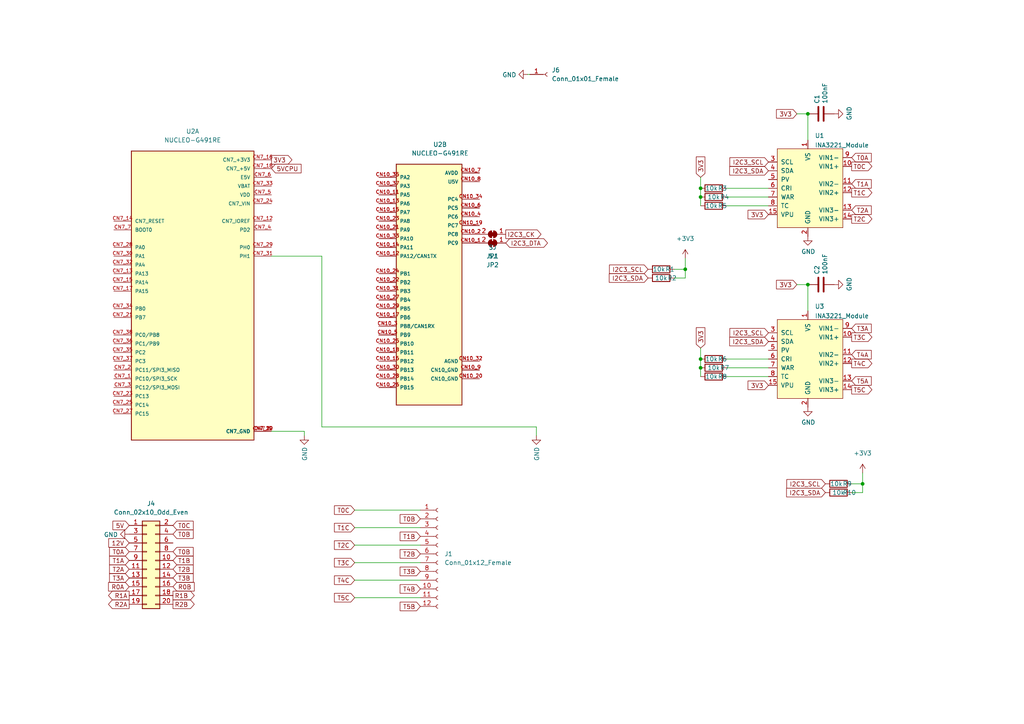
<source format=kicad_sch>
(kicad_sch (version 20211123) (generator eeschema)
  (paper "A4")
  (lib_symbols
    (symbol "Connector:Conn_01x01_Female" (pin_names (offset 1.016) hide)
      (property "Reference" "J" (at 0 2.54 0))
      (property "Value" "Conn_01x01_Female" (at 0 -2.54 0))
      (symbol "Conn_01x01_Female_1_1"
        (polyline (pts (xy -1.27 0) (xy -0.508 0)) (stroke (width 0.1524)))
        (arc (start 0 0.508) (mid -0.508 0) (end 0 -0.508) (stroke (width 0.1524)))
        (pin passive line (at -5.08 0 0) (length 3.81) (name "Pin_1") (number "1"))
      )
    )
    (symbol "Connector:Conn_01x12_Female" (pin_names (offset 1.016) hide)
      (property "Reference" "J" (at 0 15.24 0))
      (property "Value" "Conn_01x12_Female" (at 0 -17.78 0))
      (symbol "Conn_01x12_Female_1_1"
        (arc (start 0 -14.732) (mid -0.508 -15.24) (end 0 -15.748) (stroke (width 0.1524)))
        (arc (start 0 -12.192) (mid -0.508 -12.7) (end 0 -13.208) (stroke (width 0.1524)))
        (arc (start 0 -9.652) (mid -0.508 -10.16) (end 0 -10.668) (stroke (width 0.1524)))
        (arc (start 0 -7.112) (mid -0.508 -7.62) (end 0 -8.128) (stroke (width 0.1524)))
        (arc (start 0 -4.572) (mid -0.508 -5.08) (end 0 -5.588) (stroke (width 0.1524)))
        (arc (start 0 -2.032) (mid -0.508 -2.54) (end 0 -3.048) (stroke (width 0.1524)))
        (polyline (pts (xy -1.27 -15.24) (xy -0.508 -15.24)) (stroke (width 0.1524)))
        (polyline (pts (xy -1.27 -12.7) (xy -0.508 -12.7)) (stroke (width 0.1524)))
        (polyline (pts (xy -1.27 -10.16) (xy -0.508 -10.16)) (stroke (width 0.1524)))
        (polyline (pts (xy -1.27 -7.62) (xy -0.508 -7.62)) (stroke (width 0.1524)))
        (polyline (pts (xy -1.27 -5.08) (xy -0.508 -5.08)) (stroke (width 0.1524)))
        (polyline (pts (xy -1.27 -2.54) (xy -0.508 -2.54)) (stroke (width 0.1524)))
        (polyline (pts (xy -1.27 0) (xy -0.508 0)) (stroke (width 0.1524)))
        (polyline (pts (xy -1.27 2.54) (xy -0.508 2.54)) (stroke (width 0.1524)))
        (polyline (pts (xy -1.27 5.08) (xy -0.508 5.08)) (stroke (width 0.1524)))
        (polyline (pts (xy -1.27 7.62) (xy -0.508 7.62)) (stroke (width 0.1524)))
        (polyline (pts (xy -1.27 10.16) (xy -0.508 10.16)) (stroke (width 0.1524)))
        (polyline (pts (xy -1.27 12.7) (xy -0.508 12.7)) (stroke (width 0.1524)))
        (arc (start 0 0.508) (mid -0.508 0) (end 0 -0.508) (stroke (width 0.1524)))
        (arc (start 0 3.048) (mid -0.508 2.54) (end 0 2.032) (stroke (width 0.1524)))
        (arc (start 0 5.588) (mid -0.508 5.08) (end 0 4.572) (stroke (width 0.1524)))
        (arc (start 0 8.128) (mid -0.508 7.62) (end 0 7.112) (stroke (width 0.1524)))
        (arc (start 0 10.668) (mid -0.508 10.16) (end 0 9.652) (stroke (width 0.1524)))
        (arc (start 0 13.208) (mid -0.508 12.7) (end 0 12.192) (stroke (width 0.1524)))
        (pin passive line (at -5.08 12.7 0) (length 3.81) (name "Pin_1") (number "1"))
        (pin passive line (at -5.08 -10.16 0) (length 3.81) (name "Pin_10") (number "10"))
        (pin passive line (at -5.08 -12.7 0) (length 3.81) (name "Pin_11") (number "11"))
        (pin passive line (at -5.08 -15.24 0) (length 3.81) (name "Pin_12") (number "12"))
        (pin passive line (at -5.08 10.16 0) (length 3.81) (name "Pin_2") (number "2"))
        (pin passive line (at -5.08 7.62 0) (length 3.81) (name "Pin_3") (number "3"))
        (pin passive line (at -5.08 5.08 0) (length 3.81) (name "Pin_4") (number "4"))
        (pin passive line (at -5.08 2.54 0) (length 3.81) (name "Pin_5") (number "5"))
        (pin passive line (at -5.08 0 0) (length 3.81) (name "Pin_6") (number "6"))
        (pin passive line (at -5.08 -2.54 0) (length 3.81) (name "Pin_7") (number "7"))
        (pin passive line (at -5.08 -5.08 0) (length 3.81) (name "Pin_8") (number "8"))
        (pin passive line (at -5.08 -7.62 0) (length 3.81) (name "Pin_9") (number "9"))
      )
    )
    (symbol "Connector_Generic:Conn_02x10_Odd_Even" (pin_names (offset 1.016) hide)
      (property "Reference" "J" (at 1.27 12.7 0))
      (property "Value" "Conn_02x10_Odd_Even" (at 1.27 -15.24 0))
      (symbol "Conn_02x10_Odd_Even_1_1"
        (rectangle (start -1.27 -12.573) (end 0 -12.827) (stroke (width 0.1524)))
        (rectangle (start -1.27 -10.033) (end 0 -10.287) (stroke (width 0.1524)))
        (rectangle (start -1.27 -7.493) (end 0 -7.747) (stroke (width 0.1524)))
        (rectangle (start -1.27 -4.953) (end 0 -5.207) (stroke (width 0.1524)))
        (rectangle (start -1.27 -2.413) (end 0 -2.667) (stroke (width 0.1524)))
        (rectangle (start -1.27 0.127) (end 0 -0.127) (stroke (width 0.1524)))
        (rectangle (start -1.27 2.667) (end 0 2.413) (stroke (width 0.1524)))
        (rectangle (start -1.27 5.207) (end 0 4.953) (stroke (width 0.1524)))
        (rectangle (start -1.27 7.747) (end 0 7.493) (stroke (width 0.1524)))
        (rectangle (start -1.27 10.287) (end 0 10.033) (stroke (width 0.1524)))
        (rectangle (start -1.27 11.43) (end 3.81 -13.97) (stroke (width 0.254)) (fill (type background)))
        (rectangle (start 3.81 -12.573) (end 2.54 -12.827) (stroke (width 0.1524)))
        (rectangle (start 3.81 -10.033) (end 2.54 -10.287) (stroke (width 0.1524)))
        (rectangle (start 3.81 -7.493) (end 2.54 -7.747) (stroke (width 0.1524)))
        (rectangle (start 3.81 -4.953) (end 2.54 -5.207) (stroke (width 0.1524)))
        (rectangle (start 3.81 -2.413) (end 2.54 -2.667) (stroke (width 0.1524)))
        (rectangle (start 3.81 0.127) (end 2.54 -0.127) (stroke (width 0.1524)))
        (rectangle (start 3.81 2.667) (end 2.54 2.413) (stroke (width 0.1524)))
        (rectangle (start 3.81 5.207) (end 2.54 4.953) (stroke (width 0.1524)))
        (rectangle (start 3.81 7.747) (end 2.54 7.493) (stroke (width 0.1524)))
        (rectangle (start 3.81 10.287) (end 2.54 10.033) (stroke (width 0.1524)))
        (pin passive line (at -5.08 10.16 0) (length 3.81) (name "Pin_1") (number "1"))
        (pin passive line (at 7.62 0 180) (length 3.81) (name "Pin_10") (number "10"))
        (pin passive line (at -5.08 -2.54 0) (length 3.81) (name "Pin_11") (number "11"))
        (pin passive line (at 7.62 -2.54 180) (length 3.81) (name "Pin_12") (number "12"))
        (pin passive line (at -5.08 -5.08 0) (length 3.81) (name "Pin_13") (number "13"))
        (pin passive line (at 7.62 -5.08 180) (length 3.81) (name "Pin_14") (number "14"))
        (pin passive line (at -5.08 -7.62 0) (length 3.81) (name "Pin_15") (number "15"))
        (pin passive line (at 7.62 -7.62 180) (length 3.81) (name "Pin_16") (number "16"))
        (pin passive line (at -5.08 -10.16 0) (length 3.81) (name "Pin_17") (number "17"))
        (pin passive line (at 7.62 -10.16 180) (length 3.81) (name "Pin_18") (number "18"))
        (pin passive line (at -5.08 -12.7 0) (length 3.81) (name "Pin_19") (number "19"))
        (pin passive line (at 7.62 10.16 180) (length 3.81) (name "Pin_2") (number "2"))
        (pin passive line (at 7.62 -12.7 180) (length 3.81) (name "Pin_20") (number "20"))
        (pin passive line (at -5.08 7.62 0) (length 3.81) (name "Pin_3") (number "3"))
        (pin passive line (at 7.62 7.62 180) (length 3.81) (name "Pin_4") (number "4"))
        (pin passive line (at -5.08 5.08 0) (length 3.81) (name "Pin_5") (number "5"))
        (pin passive line (at 7.62 5.08 180) (length 3.81) (name "Pin_6") (number "6"))
        (pin passive line (at -5.08 2.54 0) (length 3.81) (name "Pin_7") (number "7"))
        (pin passive line (at 7.62 2.54 180) (length 3.81) (name "Pin_8") (number "8"))
        (pin passive line (at -5.08 0 0) (length 3.81) (name "Pin_9") (number "9"))
      )
    )
    (symbol "Device:C" (pin_numbers hide) (pin_names (offset 0.254))
      (property "Reference" "C" (at 0.635 2.54 0))
      (property "Value" "C" (at 0.635 -2.54 0))
      (symbol "C_0_1"
        (polyline (pts (xy -2.032 -0.762) (xy 2.032 -0.762)) (stroke (width 0.508)))
        (polyline (pts (xy -2.032 0.762) (xy 2.032 0.762)) (stroke (width 0.508)))
      )
      (symbol "C_1_1"
        (pin passive line (at 0 3.81 270) (length 2.794) (name "~") (number "1"))
        (pin passive line (at 0 -3.81 90) (length 2.794) (name "~") (number "2"))
      )
    )
    (symbol "Device:R" (pin_numbers hide) (pin_names (offset 0))
      (property "Reference" "R" (at 2.032 0 90))
      (property "Value" "R" (at 0 0 90))
      (symbol "R_0_1"
        (rectangle (start -1.016 -2.54) (end 1.016 2.54) (stroke (width 0.254)))
      )
      (symbol "R_1_1"
        (pin passive line (at 0 3.81 270) (length 1.27) (name "~") (number "1"))
        (pin passive line (at 0 -3.81 90) (length 1.27) (name "~") (number "2"))
      )
    )
    (symbol "Jumper:SolderJumper_2_Bridged" (pin_names (offset 0) hide)
      (property "Reference" "JP" (at 0 2.032 0))
      (property "Value" "SolderJumper_2_Bridged" (at 0 -2.54 0))
      (symbol "SolderJumper_2_Bridged_0_1"
        (rectangle (start -0.508 0.508) (end 0.508 -0.508) (fill (type outline)))
        (arc (start -0.254 1.016) (mid -1.27 0) (end -0.254 -1.016))
        (arc (start -0.254 1.016) (mid -1.27 0) (end -0.254 -1.016) (fill (type outline)))
        (polyline (pts (xy -0.254 1.016) (xy -0.254 -1.016)))
        (polyline (pts (xy 0.254 1.016) (xy 0.254 -1.016)))
        (arc (start 0.254 -1.016) (mid 1.27 0) (end 0.254 1.016))
        (arc (start 0.254 -1.016) (mid 1.27 0) (end 0.254 1.016) (fill (type outline)))
      )
      (symbol "SolderJumper_2_Bridged_1_1"
        (pin passive line (at -3.81 0 0) (length 2.54) (name "A") (number "1"))
        (pin passive line (at 3.81 0 180) (length 2.54) (name "B") (number "2"))
      )
    )
    (symbol "NUCLEO-G491RE_1" (pin_names (offset 1.016))
      (property "Reference" "U" (at -17.78 41.91 0))
      (property "Value" "NUCLEO-G491RE_1" (at -17.78 -44.45 0))
      (symbol "NUCLEO-G491RE_1_1_0"
        (rectangle (start -17.78 -43.18) (end 17.78 40.64) (stroke (width 0.254)) (fill (type background)))
        (pin bidirectional line (at -22.86 -25.4 0) (length 5.08) (name "PC10/SPI3_SCK") (number "CN7_1"))
        (pin bidirectional line (at 22.86 20.32 180) (length 5.08) (name "CN7_IOREF") (number "CN7_12"))
        (pin bidirectional line (at -22.86 5.08 0) (length 5.08) (name "PA13") (number "CN7_13"))
        (pin bidirectional line (at -22.86 20.32 0) (length 5.08) (name "CN7_RESET") (number "CN7_14"))
        (pin bidirectional line (at -22.86 2.54 0) (length 5.08) (name "PA14") (number "CN7_15"))
        (pin power_in line (at 22.86 38.1 180) (length 5.08) (name "CN7_+3V3") (number "CN7_16"))
        (pin bidirectional line (at -22.86 0 0) (length 5.08) (name "PA15") (number "CN7_17"))
        (pin power_in line (at 22.86 35.56 180) (length 5.08) (name "CN7_+5V") (number "CN7_18"))
        (pin power_in line (at 22.86 -40.64 180) (length 5.08) (name "CN7_GND") (number "CN7_19"))
        (pin bidirectional line (at -22.86 -22.86 0) (length 5.08) (name "PC11/SPI3_MISO") (number "CN7_2"))
        (pin power_in line (at 22.86 -40.64 180) (length 5.08) (name "CN7_GND") (number "CN7_20"))
        (pin bidirectional line (at -22.86 -7.62 0) (length 5.08) (name "PB7") (number "CN7_21"))
        (pin power_in line (at 22.86 -40.64 180) (length 5.08) (name "CN7_GND") (number "CN7_22"))
        (pin bidirectional line (at -22.86 -30.48 0) (length 5.08) (name "PC13") (number "CN7_23"))
        (pin power_in line (at 22.86 25.4 180) (length 5.08) (name "CN7_VIN") (number "CN7_24"))
        (pin bidirectional line (at -22.86 -33.02 0) (length 5.08) (name "PC14") (number "CN7_25"))
        (pin bidirectional line (at -22.86 -35.56 0) (length 5.08) (name "PC15") (number "CN7_27"))
        (pin bidirectional line (at -22.86 12.7 0) (length 5.08) (name "PA0") (number "CN7_28"))
        (pin bidirectional line (at 22.86 12.7 180) (length 5.08) (name "PH0") (number "CN7_29"))
        (pin bidirectional line (at -22.86 -27.94 0) (length 5.08) (name "PC12/SPI3_MOSI") (number "CN7_3"))
        (pin bidirectional line (at -22.86 10.16 0) (length 5.08) (name "PA1") (number "CN7_30"))
        (pin bidirectional line (at 22.86 10.16 180) (length 5.08) (name "PH1") (number "CN7_31"))
        (pin bidirectional line (at -22.86 7.62 0) (length 5.08) (name "PA4") (number "CN7_32"))
        (pin power_in line (at 22.86 30.48 180) (length 5.08) (name "VBAT") (number "CN7_33"))
        (pin bidirectional line (at -22.86 -5.08 0) (length 5.08) (name "PB0") (number "CN7_34"))
        (pin bidirectional line (at -22.86 -17.78 0) (length 5.08) (name "PC2") (number "CN7_35"))
        (pin bidirectional line (at -22.86 -15.24 0) (length 5.08) (name "PC1/PB9") (number "CN7_36"))
        (pin bidirectional line (at -22.86 -20.32 0) (length 5.08) (name "PC3") (number "CN7_37"))
        (pin bidirectional line (at -22.86 -12.7 0) (length 5.08) (name "PC0/PB8") (number "CN7_38"))
        (pin bidirectional line (at 22.86 17.78 180) (length 5.08) (name "PD2") (number "CN7_4"))
        (pin power_in line (at 22.86 27.94 180) (length 5.08) (name "VDD") (number "CN7_5"))
        (pin power_in line (at 22.86 33.02 180) (length 5.08) (name "E5V") (number "CN7_6"))
        (pin bidirectional line (at -22.86 17.78 0) (length 5.08) (name "BOOT0") (number "CN7_7"))
        (pin power_in line (at 22.86 -40.64 180) (length 5.08) (name "CN7_GND") (number "CN7_8"))
      )
      (symbol "NUCLEO-G491RE_1_2_0"
        (rectangle (start -12.7 -40.64) (end 12.7 38.1) (stroke (width 0.254)) (fill (type background)))
        (pin bidirectional line (at 17.78 15.24 180) (length 5.08) (name "PC9") (number "CN10_1"))
        (pin bidirectional line (at -17.78 22.86 0) (length 5.08) (name "PA5") (number "CN10_11"))
        (pin bidirectional line (at -17.78 5.08 0) (length 5.08) (name "PA12/CAN1TX") (number "CN10_12"))
        (pin bidirectional line (at -17.78 20.32 0) (length 5.08) (name "PA6") (number "CN10_13"))
        (pin bidirectional line (at -17.78 7.62 0) (length 5.08) (name "PA11") (number "CN10_14"))
        (pin bidirectional line (at -17.78 17.78 0) (length 5.08) (name "PA7") (number "CN10_15"))
        (pin bidirectional line (at -17.78 -22.86 0) (length 5.08) (name "PB12") (number "CN10_16"))
        (pin bidirectional line (at -17.78 -12.7 0) (length 5.08) (name "PB6") (number "CN10_17"))
        (pin bidirectional line (at 17.78 20.32 180) (length 5.08) (name "PC7") (number "CN10_19"))
        (pin bidirectional line (at 17.78 17.78 180) (length 5.08) (name "PC8") (number "CN10_2"))
        (pin power_in line (at 17.78 -38.1 180) (length 5.08) (name "CN10_GND") (number "CN10_20"))
        (pin bidirectional line (at -17.78 12.7 0) (length 5.08) (name "PA9") (number "CN10_21"))
        (pin bidirectional line (at -17.78 -2.54 0) (length 5.08) (name "PB2") (number "CN10_22"))
        (pin bidirectional line (at -17.78 15.24 0) (length 5.08) (name "PA8") (number "CN10_23"))
        (pin bidirectional line (at -17.78 0 0) (length 5.08) (name "PB1") (number "CN10_24"))
        (pin bidirectional line (at -17.78 -20.32 0) (length 5.08) (name "PB10") (number "CN10_25"))
        (pin bidirectional line (at -17.78 -30.48 0) (length 5.08) (name "PB15") (number "CN10_26"))
        (pin bidirectional line (at -17.78 -7.62 0) (length 5.08) (name "PB4") (number "CN10_27"))
        (pin bidirectional line (at -17.78 -27.94 0) (length 5.08) (name "PB14") (number "CN10_28"))
        (pin bidirectional line (at -17.78 -10.16 0) (length 5.08) (name "PB5") (number "CN10_29"))
        (pin bidirectional line (at -17.78 -15.24 0) (length 5.08) (name "PB8/CAN1RX") (number "CN10_3"))
        (pin bidirectional line (at -17.78 -25.4 0) (length 5.08) (name "PB13") (number "CN10_30"))
        (pin bidirectional line (at -17.78 -5.08 0) (length 5.08) (name "PB3") (number "CN10_31"))
        (pin power_in line (at 17.78 -35.56 180) (length 5.08) (name "AGND") (number "CN10_32"))
        (pin bidirectional line (at -17.78 10.16 0) (length 5.08) (name "PA10") (number "CN10_33"))
        (pin bidirectional line (at 17.78 27.94 180) (length 5.08) (name "PC4") (number "CN10_34"))
        (pin bidirectional line (at -17.78 27.94 0) (length 5.08) (name "PA2") (number "CN10_35"))
        (pin bidirectional line (at -17.78 25.4 0) (length 5.08) (name "PA3") (number "CN10_37"))
        (pin bidirectional line (at 17.78 22.86 180) (length 5.08) (name "PC6") (number "CN10_4"))
        (pin bidirectional line (at -17.78 -17.78 0) (length 5.08) (name "PB9") (number "CN10_5"))
        (pin bidirectional line (at 17.78 25.4 180) (length 5.08) (name "PC5") (number "CN10_6"))
        (pin power_in line (at 17.78 35.56 180) (length 5.08) (name "AVDD") (number "CN10_7"))
        (pin power_in line (at 17.78 33.02 180) (length 5.08) (name "U5V") (number "CN10_8"))
        (pin power_in line (at 17.78 -38.1 180) (length 5.08) (name "CN10_GND") (number "CN10_9"))
      )
      (symbol "NUCLEO-G491RE_1_3_0"
        (rectangle (start -15.24 -12.7) (end 15.24 10.16) (stroke (width 0.254)) (fill (type background)))
        (pin bidirectional line (at -20.32 -5.08 0) (length 5.08) (name "CN6_IOREF") (number "CN6_2"))
        (pin bidirectional line (at -20.32 -2.54 0) (length 5.08) (name "CN6_RESET") (number "CN6_3"))
        (pin power_in line (at 20.32 2.54 180) (length 5.08) (name "CN6_+3V3") (number "CN6_4"))
        (pin power_in line (at 20.32 5.08 180) (length 5.08) (name "CN6_+5V") (number "CN6_5"))
        (pin power_in line (at 20.32 -10.16 180) (length 5.08) (name "CN6_GND") (number "CN6_6"))
        (pin power_in line (at 20.32 -10.16 180) (length 5.08) (name "CN6_GND") (number "CN6_7"))
        (pin power_in line (at 20.32 7.62 180) (length 5.08) (name "CN6_VIN") (number "CN6_8"))
      )
      (symbol "NUCLEO-G491RE_1_4_0"
        (rectangle (start -5.08 -12.7) (end 5.08 12.7) (stroke (width 0.254)) (fill (type background)))
        (pin input line (at -10.16 10.16 0) (length 5.08) (name "D0") (number "CN9_1"))
        (pin output line (at -10.16 7.62 0) (length 5.08) (name "D1") (number "CN9_2"))
        (pin bidirectional line (at -10.16 2.54 0) (length 5.08) (name "D2") (number "CN9_3"))
        (pin bidirectional line (at -10.16 0 0) (length 5.08) (name "D3") (number "CN9_4"))
        (pin bidirectional line (at -10.16 -2.54 0) (length 5.08) (name "D4") (number "CN9_5"))
        (pin bidirectional line (at -10.16 -5.08 0) (length 5.08) (name "D5") (number "CN9_6"))
        (pin bidirectional line (at -10.16 -7.62 0) (length 5.08) (name "D6") (number "CN9_7"))
        (pin bidirectional line (at -10.16 -10.16 0) (length 5.08) (name "D7") (number "CN9_8"))
      )
      (symbol "NUCLEO-G491RE_1_5_0"
        (rectangle (start -5.08 -10.16) (end 5.08 7.62) (stroke (width 0.254)) (fill (type background)))
        (pin input line (at -10.16 5.08 0) (length 5.08) (name "A0") (number "CN8_1"))
        (pin input line (at -10.16 2.54 0) (length 5.08) (name "A1") (number "CN8_2"))
        (pin input line (at -10.16 0 0) (length 5.08) (name "A2") (number "CN8_3"))
        (pin input line (at -10.16 -2.54 0) (length 5.08) (name "A3") (number "CN8_4"))
        (pin input line (at -10.16 -5.08 0) (length 5.08) (name "A4") (number "CN8_5"))
        (pin input line (at -10.16 -7.62 0) (length 5.08) (name "A5") (number "CN8_6"))
      )
      (symbol "NUCLEO-G491RE_1_6_0"
        (rectangle (start -10.16 -17.78) (end 10.16 15.24) (stroke (width 0.254)) (fill (type background)))
        (pin bidirectional line (at -15.24 7.62 0) (length 5.08) (name "D8") (number "CN5_1"))
        (pin bidirectional clock (at -15.24 -10.16 0) (length 5.08) (name "D15") (number "CN5_10"))
        (pin bidirectional line (at -15.24 5.08 0) (length 5.08) (name "D9") (number "CN5_2"))
        (pin bidirectional line (at -15.24 2.54 0) (length 5.08) (name "D10") (number "CN5_3"))
        (pin bidirectional line (at -15.24 0 0) (length 5.08) (name "D11") (number "CN5_4"))
        (pin bidirectional line (at -15.24 -2.54 0) (length 5.08) (name "D12") (number "CN5_5"))
        (pin bidirectional clock (at -15.24 -5.08 0) (length 5.08) (name "D13") (number "CN5_6"))
        (pin power_in line (at 15.24 -15.24 180) (length 5.08) (name "CN5_GND") (number "CN5_7"))
        (pin power_in line (at 15.24 12.7 180) (length 5.08) (name "AREF") (number "CN5_8"))
        (pin bidirectional line (at -15.24 -7.62 0) (length 5.08) (name "D14") (number "CN5_9"))
      )
    )
    (symbol "jwm_kicad_symbols_misc:INA3221_Module" (pin_names (offset 1.016))
      (property "Reference" "U" (at 6.35 12.7 0))
      (property "Value" "INA3221_Module" (at 12.7 -13.97 0))
      (symbol "INA3221_Module_0_1"
        (rectangle (start 10.16 11.43) (end -8.89 -11.43) (fill (type background)))
      )
      (symbol "INA3221_Module_1_1"
        (pin power_in line (at 0 13.97 270) (length 2.54) (name "VS") (number "1"))
        (pin input line (at 12.7 6.35 180) (length 2.54) (name "VIN1+") (number "10"))
        (pin input line (at 12.7 1.27 180) (length 2.54) (name "VIN2-") (number "11"))
        (pin input line (at 12.7 -1.27 180) (length 2.54) (name "VIN2+") (number "12"))
        (pin input line (at 12.7 -6.35 180) (length 2.54) (name "VIN3-") (number "13"))
        (pin input line (at 12.7 -8.89 180) (length 2.54) (name "VIN3+") (number "14"))
        (pin input line (at -11.43 -7.62 0) (length 2.54) (name "VPU") (number "15"))
        (pin power_in line (at 0 -13.97 90) (length 2.54) (name "GND") (number "2"))
        (pin input line (at -11.43 7.62 0) (length 2.54) (name "SCL") (number "3"))
        (pin bidirectional line (at -11.43 5.08 0) (length 2.54) (name "SDA") (number "4"))
        (pin output line (at -11.43 2.54 0) (length 2.54) (name "PV") (number "5"))
        (pin output line (at -11.43 0 0) (length 2.54) (name "CRI") (number "6"))
        (pin output line (at -11.43 -2.54 0) (length 2.54) (name "WAR") (number "7"))
        (pin output line (at -11.43 -5.08 0) (length 2.54) (name "TC") (number "8"))
        (pin input line (at 12.7 8.89 180) (length 2.54) (name "VIN1-") (number "9"))
      )
    )
    (symbol "nucleo64:NUCLEO-G491RE" (pin_names (offset 1.016))
      (property "Reference" "U" (at -5.08 40.64 0))
      (property "Value" "NUCLEO-G491RE" (at -5.08 -26.67 90))
      (symbol "NUCLEO-G491RE_1_0"
        (rectangle (start -17.78 40.64) (end 8.89 -26.67) (stroke (width 0.254)) (fill (type background)))
        (pin bidirectional line (at -22.86 -10.16 0) (length 5.08) (name "PC10/SPI3_SCK") (number "CN7_1"))
        (pin bidirectional line (at 13.97 19.05 180) (length 5.08) (name "CN7_IOREF") (number "CN7_12"))
        (pin bidirectional line (at -22.86 20.32 0) (length 5.08) (name "PA13") (number "CN7_13"))
        (pin bidirectional line (at -22.86 35.56 0) (length 5.08) (name "CN7_RESET") (number "CN7_14"))
        (pin bidirectional line (at -22.86 17.78 0) (length 5.08) (name "PA14") (number "CN7_15"))
        (pin power_in line (at 13.97 36.83 180) (length 5.08) (name "CN7_+3V3") (number "CN7_16"))
        (pin bidirectional line (at -22.86 15.24 0) (length 5.08) (name "PA15") (number "CN7_17"))
        (pin power_in line (at 13.97 34.29 180) (length 5.08) (name "CN7_+5V") (number "CN7_18"))
        (pin power_in line (at 13.97 -11.43 180) (length 5.08) (name "CN7_GND") (number "CN7_19"))
        (pin bidirectional line (at -22.86 -7.62 0) (length 5.08) (name "PC11/SPI3_MISO") (number "CN7_2"))
        (pin power_in line (at 13.97 -13.97 180) (length 5.08) (name "CN7_GND") (number "CN7_20"))
        (pin bidirectional line (at -22.86 7.62 0) (length 5.08) (name "PB7") (number "CN7_21"))
        (pin power_in line (at 13.97 -16.51 180) (length 5.08) (name "CN7_GND") (number "CN7_22"))
        (pin bidirectional line (at -22.86 -15.24 0) (length 5.08) (name "PC13") (number "CN7_23"))
        (pin power_in line (at 13.97 24.13 180) (length 5.08) (name "CN7_VIN") (number "CN7_24"))
        (pin bidirectional line (at -22.86 -17.78 0) (length 5.08) (name "PC14") (number "CN7_25"))
        (pin bidirectional line (at -22.86 -20.32 0) (length 5.08) (name "PC15") (number "CN7_27"))
        (pin bidirectional line (at -22.86 27.94 0) (length 5.08) (name "PA0") (number "CN7_28"))
        (pin bidirectional line (at 13.97 11.43 180) (length 5.08) (name "PH0") (number "CN7_29"))
        (pin bidirectional line (at -22.86 -12.7 0) (length 5.08) (name "PC12/SPI3_MOSI") (number "CN7_3"))
        (pin bidirectional line (at -22.86 25.4 0) (length 5.08) (name "PA1") (number "CN7_30"))
        (pin bidirectional line (at 13.97 8.89 180) (length 5.08) (name "PH1") (number "CN7_31"))
        (pin bidirectional line (at -22.86 22.86 0) (length 5.08) (name "PA4") (number "CN7_32"))
        (pin power_in line (at 13.97 29.21 180) (length 5.08) (name "VBAT") (number "CN7_33"))
        (pin bidirectional line (at -22.86 10.16 0) (length 5.08) (name "PB0") (number "CN7_34"))
        (pin bidirectional line (at -22.86 -2.54 0) (length 5.08) (name "PC2") (number "CN7_35"))
        (pin bidirectional line (at -22.86 0 0) (length 5.08) (name "PC1/PB9") (number "CN7_36"))
        (pin bidirectional line (at -22.86 -5.08 0) (length 5.08) (name "PC3") (number "CN7_37"))
        (pin bidirectional line (at -22.86 2.54 0) (length 5.08) (name "PC0/PB8") (number "CN7_38"))
        (pin bidirectional line (at 13.97 16.51 180) (length 5.08) (name "PD2") (number "CN7_4"))
        (pin power_in line (at 13.97 26.67 180) (length 5.08) (name "VDD") (number "CN7_5"))
        (pin power_in line (at 13.97 31.75 180) (length 5.08) (name "E5V") (number "CN7_6"))
        (pin bidirectional line (at -22.86 33.02 0) (length 5.08) (name "BOOT0") (number "CN7_7"))
        (pin power_in line (at 13.97 -19.05 180) (length 5.08) (name "CN7_GND") (number "CN7_8"))
      )
      (symbol "NUCLEO-G491RE_2_0"
        (rectangle (start -12.7 38.1) (end 6.35 -31.75) (stroke (width 0.254)) (fill (type background)))
        (pin bidirectional line (at 11.43 15.24 180) (length 5.08) (name "PC9") (number "CN10_1"))
        (pin bidirectional line (at -17.78 29.21 0) (length 5.08) (name "PA5") (number "CN10_11"))
        (pin bidirectional line (at -17.78 11.43 0) (length 5.08) (name "PA12/CAN1TX") (number "CN10_12"))
        (pin bidirectional line (at -17.78 26.67 0) (length 5.08) (name "PA6") (number "CN10_13"))
        (pin bidirectional line (at -17.78 13.97 0) (length 5.08) (name "PA11") (number "CN10_14"))
        (pin bidirectional line (at -17.78 24.13 0) (length 5.08) (name "PA7") (number "CN10_15"))
        (pin bidirectional line (at -17.78 -19.05 0) (length 5.08) (name "PB12") (number "CN10_16"))
        (pin bidirectional line (at -17.78 -6.35 0) (length 5.08) (name "PB6") (number "CN10_17"))
        (pin bidirectional line (at -17.78 -16.51 0) (length 5.08) (name "PB11") (number "CN10_18"))
        (pin bidirectional line (at 11.43 20.32 180) (length 5.08) (name "PC7") (number "CN10_19"))
        (pin bidirectional line (at 11.43 17.78 180) (length 5.08) (name "PC8") (number "CN10_2"))
        (pin power_in line (at 11.43 -24.13 180) (length 5.08) (name "CN10_GND") (number "CN10_20"))
        (pin bidirectional line (at -17.78 19.05 0) (length 5.08) (name "PA9") (number "CN10_21"))
        (pin bidirectional line (at -17.78 3.81 0) (length 5.08) (name "PB2") (number "CN10_22"))
        (pin bidirectional line (at -17.78 21.59 0) (length 5.08) (name "PA8") (number "CN10_23"))
        (pin bidirectional line (at -17.78 6.35 0) (length 5.08) (name "PB1") (number "CN10_24"))
        (pin bidirectional line (at -17.78 -13.97 0) (length 5.08) (name "PB10") (number "CN10_25"))
        (pin bidirectional line (at -17.78 -26.67 0) (length 5.08) (name "PB15") (number "CN10_26"))
        (pin bidirectional line (at -17.78 -1.27 0) (length 5.08) (name "PB4") (number "CN10_27"))
        (pin bidirectional line (at -17.78 -24.13 0) (length 5.08) (name "PB14") (number "CN10_28"))
        (pin bidirectional line (at -17.78 -3.81 0) (length 5.08) (name "PB5") (number "CN10_29"))
        (pin bidirectional line (at -17.78 -8.89 0) (length 5.08) (name "PB8/CAN1RX") (number "CN10_3"))
        (pin bidirectional line (at -17.78 -21.59 0) (length 5.08) (name "PB13") (number "CN10_30"))
        (pin bidirectional line (at -17.78 1.27 0) (length 5.08) (name "PB3") (number "CN10_31"))
        (pin power_in line (at 11.43 -19.05 180) (length 5.08) (name "AGND") (number "CN10_32"))
        (pin bidirectional line (at -17.78 16.51 0) (length 5.08) (name "PA10") (number "CN10_33"))
        (pin bidirectional line (at 11.43 27.94 180) (length 5.08) (name "PC4") (number "CN10_34"))
        (pin bidirectional line (at -17.78 34.29 0) (length 5.08) (name "PA2") (number "CN10_35"))
        (pin bidirectional line (at -17.78 31.75 0) (length 5.08) (name "PA3") (number "CN10_37"))
        (pin bidirectional line (at 11.43 22.86 180) (length 5.08) (name "PC6") (number "CN10_4"))
        (pin bidirectional line (at -17.78 -11.43 0) (length 5.08) (name "PB9") (number "CN10_5"))
        (pin bidirectional line (at 11.43 25.4 180) (length 5.08) (name "PC5") (number "CN10_6"))
        (pin power_in line (at 11.43 35.56 180) (length 5.08) (name "AVDD") (number "CN10_7"))
        (pin power_in line (at 11.43 33.02 180) (length 5.08) (name "U5V") (number "CN10_8"))
        (pin power_in line (at 11.43 -21.59 180) (length 5.08) (name "CN10_GND") (number "CN10_9"))
      )
      (symbol "NUCLEO-G491RE_3_0"
        (rectangle (start -15.24 -12.7) (end 15.24 10.16) (stroke (width 0.254)) (fill (type background)))
        (pin bidirectional line (at -20.32 -5.08 0) (length 5.08) (name "CN6_IOREF") (number "CN6_2"))
        (pin bidirectional line (at -20.32 -2.54 0) (length 5.08) (name "CN6_RESET") (number "CN6_3"))
        (pin power_in line (at 20.32 2.54 180) (length 5.08) (name "CN6_+3V3") (number "CN6_4"))
        (pin power_in line (at 20.32 5.08 180) (length 5.08) (name "CN6_+5V") (number "CN6_5"))
        (pin power_in line (at 20.32 -10.16 180) (length 5.08) (name "CN6_GND") (number "CN6_6"))
        (pin power_in line (at 20.32 -10.16 180) (length 5.08) (name "CN6_GND") (number "CN6_7"))
        (pin power_in line (at 20.32 7.62 180) (length 5.08) (name "CN6_VIN") (number "CN6_8"))
      )
      (symbol "NUCLEO-G491RE_4_0"
        (rectangle (start -5.08 -12.7) (end 5.08 12.7) (stroke (width 0.254)) (fill (type background)))
        (pin input line (at -10.16 10.16 0) (length 5.08) (name "D0") (number "CN9_1"))
        (pin output line (at -10.16 7.62 0) (length 5.08) (name "D1") (number "CN9_2"))
        (pin bidirectional line (at -10.16 2.54 0) (length 5.08) (name "D2") (number "CN9_3"))
        (pin bidirectional line (at -10.16 0 0) (length 5.08) (name "D3") (number "CN9_4"))
        (pin bidirectional line (at -10.16 -2.54 0) (length 5.08) (name "D4") (number "CN9_5"))
        (pin bidirectional line (at -10.16 -5.08 0) (length 5.08) (name "D5") (number "CN9_6"))
        (pin bidirectional line (at -10.16 -7.62 0) (length 5.08) (name "D6") (number "CN9_7"))
        (pin bidirectional line (at -10.16 -10.16 0) (length 5.08) (name "D7") (number "CN9_8"))
      )
      (symbol "NUCLEO-G491RE_5_0"
        (rectangle (start -5.08 -10.16) (end 5.08 7.62) (stroke (width 0.254)) (fill (type background)))
        (pin input line (at -10.16 5.08 0) (length 5.08) (name "A0") (number "CN8_1"))
        (pin input line (at -10.16 2.54 0) (length 5.08) (name "A1") (number "CN8_2"))
        (pin input line (at -10.16 0 0) (length 5.08) (name "A2") (number "CN8_3"))
        (pin input line (at -10.16 -2.54 0) (length 5.08) (name "A3") (number "CN8_4"))
        (pin input line (at -10.16 -5.08 0) (length 5.08) (name "A4") (number "CN8_5"))
        (pin input line (at -10.16 -7.62 0) (length 5.08) (name "A5") (number "CN8_6"))
      )
      (symbol "NUCLEO-G491RE_6_0"
        (rectangle (start -10.16 -17.78) (end 10.16 15.24) (stroke (width 0.254)) (fill (type background)))
        (pin bidirectional line (at -15.24 7.62 0) (length 5.08) (name "D8") (number "CN5_1"))
        (pin bidirectional clock (at -15.24 -10.16 0) (length 5.08) (name "D15") (number "CN5_10"))
        (pin bidirectional line (at -15.24 5.08 0) (length 5.08) (name "D9") (number "CN5_2"))
        (pin bidirectional line (at -15.24 2.54 0) (length 5.08) (name "D10") (number "CN5_3"))
        (pin bidirectional line (at -15.24 0 0) (length 5.08) (name "D11") (number "CN5_4"))
        (pin bidirectional line (at -15.24 -2.54 0) (length 5.08) (name "D12") (number "CN5_5"))
        (pin bidirectional clock (at -15.24 -5.08 0) (length 5.08) (name "D13") (number "CN5_6"))
        (pin power_in line (at 15.24 -15.24 180) (length 5.08) (name "CN5_GND") (number "CN5_7"))
        (pin power_in line (at 15.24 12.7 180) (length 5.08) (name "AREF") (number "CN5_8"))
        (pin bidirectional line (at -15.24 -7.62 0) (length 5.08) (name "D14") (number "CN5_9"))
      )
    )
    (symbol "power:+3.3V" (power) (pin_names (offset 0))
      (property "Value" "+3.3V" (at 0 3.556 0))
      (symbol "+3.3V_0_1"
        (polyline (pts (xy -0.762 1.27) (xy 0 2.54)))
        (polyline (pts (xy 0 0) (xy 0 2.54)))
        (polyline (pts (xy 0 2.54) (xy 0.762 1.27)))
      )
      (symbol "+3.3V_1_1"
        (pin power_in line (at 0 0 90) (length 0) hide (name "+3V3") (number "1"))
      )
    )
    (symbol "power:GND" (power) (pin_names (offset 0))
      (property "Value" "GND" (at 0 -3.81 0))
      (symbol "GND_0_1"
        (polyline (pts (xy 0 0) (xy 0 -1.27) (xy 1.27 -1.27) (xy 0 -2.54) (xy -1.27 -1.27) (xy 0 -1.27)))
      )
      (symbol "GND_1_1"
        (pin power_in line (at 0 0 270) (length 0) hide (name "GND") (number "1"))
      )
    )
  )
  (junction (at 234.315 33.02))
  (junction (at 203.2 104.14))
  (junction (at 203.2 57.15))
  (junction (at 198.755 78.105))
  (junction (at 250.19 140.335))
  (junction (at 203.2 54.61))
  (junction (at 234.315 82.55))
  (junction (at 203.2 106.68))
  (wire (pts (xy 231.14 33.02) (xy 234.315 33.02)))
  (wire (pts (xy 102.87 147.955) (xy 121.92 147.955)))
  (wire (pts (xy 234.315 33.02) (xy 234.315 40.64)))
  (wire (pts (xy 234.315 82.55) (xy 234.315 90.17)))
  (wire (pts (xy 250.19 137.16) (xy 250.19 140.335)))
  (wire (pts (xy 247.015 142.875) (xy 250.19 142.875)))
  (wire (pts (xy 102.87 173.355) (xy 121.92 173.355)))
  (wire (pts (xy 198.755 74.93) (xy 198.755 78.105)))
  (wire (pts (xy 210.82 104.14) (xy 222.885 104.14)))
  (wire (pts (xy 210.82 109.22) (xy 222.885 109.22)))
  (wire (pts (xy 88.265 125.095) (xy 88.265 126.365)))
  (wire (pts (xy 198.755 78.105) (xy 198.755 80.645)))
  (wire (pts (xy 203.2 100.965) (xy 203.2 104.14)))
  (wire (pts (xy 231.14 82.55) (xy 234.315 82.55)))
  (wire (pts (xy 203.2 57.15) (xy 203.2 59.69)))
  (wire (pts (xy 203.2 106.68) (xy 203.2 109.22)))
  (wire (pts (xy 78.74 74.295) (xy 93.345 74.295)))
  (wire (pts (xy 195.58 78.105) (xy 198.755 78.105)))
  (wire (pts (xy 102.87 153.035) (xy 121.92 153.035)))
  (wire (pts (xy 247.015 140.335) (xy 250.19 140.335)))
  (wire (pts (xy 78.74 125.095) (xy 88.265 125.095)))
  (wire (pts (xy 210.82 57.15) (xy 222.885 57.15)))
  (wire (pts (xy 210.82 59.69) (xy 222.885 59.69)))
  (wire (pts (xy 102.87 158.115) (xy 121.92 158.115)))
  (wire (pts (xy 93.345 123.825) (xy 155.575 123.825)))
  (wire (pts (xy 195.58 80.645) (xy 198.755 80.645)))
  (wire (pts (xy 250.19 140.335) (xy 250.19 142.875)))
  (wire (pts (xy 210.82 106.68) (xy 222.885 106.68)))
  (wire (pts (xy 203.2 54.61) (xy 203.2 57.15)))
  (wire (pts (xy 153.035 21.59) (xy 153.67 21.59)))
  (wire (pts (xy 203.2 104.14) (xy 203.2 106.68)))
  (wire (pts (xy 93.345 74.295) (xy 93.345 123.825)))
  (wire (pts (xy 102.87 163.195) (xy 121.92 163.195)))
  (wire (pts (xy 210.82 54.61) (xy 222.885 54.61)))
  (wire (pts (xy 203.2 51.435) (xy 203.2 54.61)))
  (wire (pts (xy 155.575 123.825) (xy 155.575 126.365)))
  (wire (pts (xy 102.87 168.275) (xy 121.92 168.275)))
  (global_label "I2C3_DTA" (shape bidirectional) (at 146.685 70.485 0) (property "Intersheet References" "${INTERSHEET_REFS}" (effects hide)))
  (global_label "R2B" (shape output) (at 50.165 175.26 0) (property "Intersheet References" "${INTERSHEET_REFS}" (effects hide)))
  (global_label "R1A" (shape output) (at 37.465 172.72 180) (property "Intersheet References" "${INTERSHEET_REFS}" (effects hide)))
  (global_label "R0A" (shape input) (at 37.465 170.18 180) (property "Intersheet References" "${INTERSHEET_REFS}" (effects hide)))
  (global_label "T0B" (shape input) (at 50.165 154.94 0) (property "Intersheet References" "${INTERSHEET_REFS}" (effects hide)))
  (global_label "T1B" (shape input) (at 50.165 162.56 0) (property "Intersheet References" "${INTERSHEET_REFS}" (effects hide)))
  (global_label "T3B" (shape input) (at 121.92 165.735 180) (property "Intersheet References" "${INTERSHEET_REFS}" (effects hide)))
  (global_label "I2C3_SCL" (shape input) (at 222.885 46.99 180) (property "Intersheet References" "${INTERSHEET_REFS}" (effects hide)))
  (global_label "T4C" (shape input) (at 102.87 168.275 180) (property "Intersheet References" "${INTERSHEET_REFS}" (effects hide)))
  (global_label "T0B" (shape input) (at 50.165 160.02 0) (property "Intersheet References" "${INTERSHEET_REFS}" (effects hide)))
  (global_label "T0C" (shape input) (at 50.165 152.4 0) (property "Intersheet References" "${INTERSHEET_REFS}" (effects hide)))
  (global_label "3V3" (shape input) (at 222.885 111.76 180) (property "Intersheet References" "${INTERSHEET_REFS}" (effects hide)))
  (global_label "T5C" (shape input) (at 102.87 173.355 180) (property "Intersheet References" "${INTERSHEET_REFS}" (effects hide)))
  (global_label "T0C" (shape input) (at 102.87 147.955 180) (property "Intersheet References" "${INTERSHEET_REFS}" (effects hide)))
  (global_label "T2B" (shape input) (at 121.92 160.655 180) (property "Intersheet References" "${INTERSHEET_REFS}" (effects hide)))
  (global_label "5V" (shape input) (at 37.465 152.4 180) (property "Intersheet References" "${INTERSHEET_REFS}" (effects hide)))
  (global_label "R0B" (shape input) (at 50.165 170.18 0) (property "Intersheet References" "${INTERSHEET_REFS}" (effects hide)))
  (global_label "R1B" (shape output) (at 50.165 172.72 0) (property "Intersheet References" "${INTERSHEET_REFS}" (effects hide)))
  (global_label "T1C" (shape output) (at 247.015 55.88 0) (property "Intersheet References" "${INTERSHEET_REFS}" (effects hide)))
  (global_label "I2C3_SDA" (shape input) (at 239.395 142.875 180) (property "Intersheet References" "${INTERSHEET_REFS}" (effects hide)))
  (global_label "T3A" (shape input) (at 37.465 167.64 180) (property "Intersheet References" "${INTERSHEET_REFS}" (effects hide)))
  (global_label "T0B" (shape input) (at 121.92 150.495 180) (property "Intersheet References" "${INTERSHEET_REFS}" (effects hide)))
  (global_label "T0A" (shape input) (at 37.465 160.02 180) (property "Intersheet References" "${INTERSHEET_REFS}" (effects hide)))
  (global_label "T1B" (shape input) (at 121.92 155.575 180) (property "Intersheet References" "${INTERSHEET_REFS}" (effects hide)))
  (global_label "T5B" (shape input) (at 121.92 175.895 180) (property "Intersheet References" "${INTERSHEET_REFS}" (effects hide)))
  (global_label "T4A" (shape input) (at 247.015 102.87 0) (property "Intersheet References" "${INTERSHEET_REFS}" (effects hide)))
  (global_label "3V3" (shape input) (at 222.885 62.23 180) (property "Intersheet References" "${INTERSHEET_REFS}" (effects hide)))
  (global_label "R2A" (shape output) (at 37.465 175.26 180) (property "Intersheet References" "${INTERSHEET_REFS}" (effects hide)))
  (global_label "I2C3_SDA" (shape input) (at 222.885 49.53 180) (property "Intersheet References" "${INTERSHEET_REFS}" (effects hide)))
  (global_label "T3C" (shape input) (at 102.87 163.195 180) (property "Intersheet References" "${INTERSHEET_REFS}" (effects hide)))
  (global_label "3V3" (shape input) (at 231.14 82.55 180) (property "Intersheet References" "${INTERSHEET_REFS}" (effects hide)))
  (global_label "I2C3_SDA" (shape input) (at 187.96 80.645 180) (property "Intersheet References" "${INTERSHEET_REFS}" (effects hide)))
  (global_label "T2C" (shape input) (at 102.87 158.115 180) (property "Intersheet References" "${INTERSHEET_REFS}" (effects hide)))
  (global_label "I2C3_SDA" (shape input) (at 222.885 99.06 180) (property "Intersheet References" "${INTERSHEET_REFS}" (effects hide)))
  (global_label "T2C" (shape output) (at 247.015 63.5 0) (property "Intersheet References" "${INTERSHEET_REFS}" (effects hide)))
  (global_label "T2A" (shape input) (at 247.015 60.96 0) (property "Intersheet References" "${INTERSHEET_REFS}" (effects hide)))
  (global_label "3V3" (shape input) (at 203.2 51.435 90) (property "Intersheet References" "${INTERSHEET_REFS}" (effects hide)))
  (global_label "T4B" (shape input) (at 121.92 170.815 180) (property "Intersheet References" "${INTERSHEET_REFS}" (effects hide)))
  (global_label "I2C3_SCL" (shape input) (at 187.96 78.105 180) (property "Intersheet References" "${INTERSHEET_REFS}" (effects hide)))
  (global_label "T5A" (shape input) (at 247.015 110.49 0) (property "Intersheet References" "${INTERSHEET_REFS}" (effects hide)))
  (global_label "T0A" (shape input) (at 247.015 45.72 0) (property "Intersheet References" "${INTERSHEET_REFS}" (effects hide)))
  (global_label "I2C3_SCL" (shape input) (at 239.395 140.335 180) (property "Intersheet References" "${INTERSHEET_REFS}" (effects hide)))
  (global_label "T3B" (shape input) (at 50.165 167.64 0) (property "Intersheet References" "${INTERSHEET_REFS}" (effects hide)))
  (global_label "T3C" (shape output) (at 247.015 97.79 0) (property "Intersheet References" "${INTERSHEET_REFS}" (effects hide)))
  (global_label "T1A" (shape input) (at 247.015 53.34 0) (property "Intersheet References" "${INTERSHEET_REFS}" (effects hide)))
  (global_label "T0C" (shape output) (at 247.015 48.26 0) (property "Intersheet References" "${INTERSHEET_REFS}" (effects hide)))
  (global_label "T2B" (shape input) (at 50.165 165.1 0) (property "Intersheet References" "${INTERSHEET_REFS}" (effects hide)))
  (global_label "T3A" (shape input) (at 247.015 95.25 0) (property "Intersheet References" "${INTERSHEET_REFS}" (effects hide)))
  (global_label "I2C3_SCL" (shape input) (at 222.885 96.52 180) (property "Intersheet References" "${INTERSHEET_REFS}" (effects hide)))
  (global_label "12V" (shape input) (at 37.465 157.48 180) (property "Intersheet References" "${INTERSHEET_REFS}" (effects hide)))
  (global_label "5VCPU" (shape input) (at 78.74 48.895 0) (property "Intersheet References" "${INTERSHEET_REFS}" (effects hide)))
  (global_label "T2A" (shape input) (at 37.465 165.1 180) (property "Intersheet References" "${INTERSHEET_REFS}" (effects hide)))
  (global_label "T1A" (shape input) (at 37.465 162.56 180) (property "Intersheet References" "${INTERSHEET_REFS}" (effects hide)))
  (global_label "I2C3_CK" (shape output) (at 146.685 67.945 0) (property "Intersheet References" "${INTERSHEET_REFS}" (effects hide)))
  (global_label "3V3" (shape input) (at 203.2 100.965 90) (property "Intersheet References" "${INTERSHEET_REFS}" (effects hide)))
  (global_label "T4C" (shape output) (at 247.015 105.41 0) (property "Intersheet References" "${INTERSHEET_REFS}" (effects hide)))
  (global_label "3V3" (shape input) (at 231.14 33.02 180) (property "Intersheet References" "${INTERSHEET_REFS}" (effects hide)))
  (global_label "T1C" (shape input) (at 102.87 153.035 180) (property "Intersheet References" "${INTERSHEET_REFS}" (effects hide)))
  (global_label "T5C" (shape output) (at 247.015 113.03 0) (property "Intersheet References" "${INTERSHEET_REFS}" (effects hide)))
  (global_label "3V3" (shape output) (at 78.74 46.355 0) (property "Intersheet References" "${INTERSHEET_REFS}" (effects hide)))
  (symbol (lib_id "power:+3.3V") (at 250.19 137.16 0) (unit 1)
    (property "Reference" "#PWR0108" (effects hide))
    (property "Value" "+3.3V" (at 250.19 131.445 0))
  )
  (symbol (lib_id "Jumper:SolderJumper_2_Bridged") (at 142.875 67.945 180) (unit 1)
    (property "Reference" "JP1" (at 142.875 74.295 0))
    (property "Value" "SJ" (at 142.875 71.755 0))
    (property "Footprint" "Connector_PinHeader_2.54mm:PinHeader_1x02_P2.54mm_Vertical" (effects hide))
  )
  (symbol (lib_id "jwm_kicad_symbols_misc:INA3221_Module") (at 234.315 54.61 0) (unit 1)
    (property "Reference" "U1" (at 236.3344 39.3405 0) (effects (justify left)))
    (property "Value" "INA3221_Module" (at 236.3344 42.1156 0) (effects (justify left)))
    (property "Footprint" "jwm_kicad_footprints_misc:INA3221_Module" (effects hide))
  )
  (symbol (lib_id "Device:R") (at 243.205 142.875 90) (unit 1)
    (property "Reference" "R10" (at 246.38 142.875 90))
    (property "Value" "10k" (at 243.205 142.875 90))
    (property "Footprint" "Resistor_THT:R_Axial_DIN0207_L6.3mm_D2.5mm_P7.62mm_Horizontal" (effects hide))
  )
  (symbol (lib_id "Device:R") (at 207.01 59.69 90) (unit 1)
    (property "Reference" "R5" (at 209.55 59.69 90))
    (property "Value" "10k" (at 206.375 59.69 90))
    (property "Footprint" "Resistor_THT:R_Axial_DIN0207_L6.3mm_D2.5mm_P7.62mm_Horizontal" (effects hide))
  )
  (symbol (lib_id "Device:R") (at 207.01 54.61 90) (unit 1)
    (property "Reference" "R3" (at 209.55 54.61 90))
    (property "Value" "10k" (at 206.375 54.61 90))
    (property "Footprint" "Resistor_THT:R_Axial_DIN0207_L6.3mm_D2.5mm_P7.62mm_Horizontal" (effects hide))
  )
  (symbol (lib_id "power:GND") (at 234.315 68.58 0) (unit 1)
    (property "Reference" "#PWR0103" (effects hide))
    (property "Value" "GND" (at 234.442 72.9742 0))
  )
  (symbol (lib_id "Device:R") (at 207.01 109.22 90) (unit 1)
    (property "Reference" "R8" (at 209.55 109.22 90))
    (property "Value" "10k" (at 206.375 109.22 90))
    (property "Footprint" "Resistor_THT:R_Axial_DIN0207_L6.3mm_D2.5mm_P7.62mm_Horizontal" (effects hide))
  )
  (symbol (lib_id "power:GND") (at 88.265 126.365 0) (unit 1)
    (property "Reference" "#PWR0104" (effects hide))
    (property "Value" "GND" (at 88.392 129.6162 90) (effects (justify right)))
  )
  (symbol (lib_id "jwm_kicad_symbols_misc:INA3221_Module") (at 234.315 104.14 0) (unit 1)
    (property "Reference" "U3" (at 236.3344 88.8705 0) (effects (justify left)))
    (property "Value" "INA3221_Module" (at 236.3344 91.6456 0) (effects (justify left)))
    (property "Footprint" "jwm_kicad_footprints_misc:INA3221_Module" (effects hide))
  )
  (symbol (lib_id "Connector:Conn_01x01_Female") (at 158.75 21.59 0) (unit 1)
    (property "Reference" "J6" (at 160.02 20.3199 0) (effects (justify left)))
    (property "Value" "Conn_01x01_Female" (at 160.02 22.8599 0) (effects (justify left)))
    (property "Footprint" "Connector_PinHeader_2.54mm:PinHeader_1x01_P2.54mm_Vertical" (effects hide))
  )
  (symbol (lib_id "power:GND") (at 37.465 154.94 270) (unit 1)
    (property "Reference" "#PWR0111" (effects hide))
    (property "Value" "GND" (at 34.2138 155.067 90) (effects (justify right)))
  )
  (symbol (lib_id "power:GND") (at 241.935 82.55 90) (unit 1)
    (property "Reference" "#PWR0106" (effects hide))
    (property "Value" "GND" (at 246.3292 82.423 0))
  )
  (symbol (lib_id "Device:R") (at 243.205 140.335 90) (unit 1)
    (property "Reference" "R9" (at 245.745 140.335 90))
    (property "Value" "10k" (at 242.57 140.335 90))
    (property "Footprint" "Resistor_THT:R_Axial_DIN0207_L6.3mm_D2.5mm_P7.62mm_Horizontal" (effects hide))
  )
  (symbol (lib_id "Device:R") (at 191.77 80.645 90) (unit 1)
    (property "Reference" "R2" (at 194.945 80.645 90))
    (property "Value" "10k" (at 191.77 80.645 90))
    (property "Footprint" "Resistor_THT:R_Axial_DIN0207_L6.3mm_D2.5mm_P7.62mm_Horizontal" (effects hide))
  )
  (symbol (lib_id "power:GND") (at 241.935 33.02 90) (unit 1)
    (property "Reference" "#PWR0101" (effects hide))
    (property "Value" "GND" (at 246.3292 32.893 0))
  )
  (symbol (lib_name "NUCLEO-G491RE_1") (lib_id "nucleo64:NUCLEO-G491RE") (at 55.88 84.455 0) (unit 1)
    (property "Reference" "U2" (at 55.88 38.1 0))
    (property "Value" "NUCLEO-G491RE" (at 55.88 40.64 0))
    (property "Footprint" "G4Lib:MODULE_NUCLEO-G491RE20" (effects hide))
    (property "MANUFACTURER" "STMicroelectronics" (effects hide))
    (property "PARTREV" "13" (effects hide))
    (property "STANDARD" "Manufacturer Recommendations" (effects hide))
  )
  (symbol (lib_id "Connector:Conn_01x12_Female") (at 127 160.655 0) (unit 1)
    (property "Reference" "J1" (at 128.905 160.6549 0) (effects (justify left)))
    (property "Value" "Conn_01x12_Female" (at 128.905 163.1949 0) (effects (justify left)))
    (property "Footprint" "Connector_JST:JST_XA_S12B-XASK-1N-BN_1x12_P2.50mm_Horizontal" (effects hide))
  )
  (symbol (lib_id "Device:R") (at 207.01 104.14 90) (unit 1)
    (property "Reference" "R6" (at 209.55 104.14 90))
    (property "Value" "10k" (at 206.375 104.14 90))
    (property "Footprint" "Resistor_THT:R_Axial_DIN0207_L6.3mm_D2.5mm_P7.62mm_Horizontal" (effects hide))
  )
  (symbol (lib_id "Jumper:SolderJumper_2_Bridged") (at 142.875 70.485 180) (unit 1)
    (property "Reference" "JP2" (at 142.875 76.835 0))
    (property "Value" "SJ" (at 142.875 74.295 0))
    (property "Footprint" "Connector_PinHeader_2.54mm:PinHeader_1x02_P2.54mm_Vertical" (effects hide))
  )
  (symbol (lib_id "power:GND") (at 155.575 126.365 0) (unit 1)
    (property "Reference" "#PWR0105" (effects hide))
    (property "Value" "GND" (at 155.702 129.6162 90) (effects (justify right)))
  )
  (symbol (lib_id "Connector_Generic:Conn_02x10_Odd_Even") (at 42.545 162.56 0) (unit 1)
    (property "Reference" "J4" (at 43.815 146.05 0))
    (property "Value" "Conn_02x10_Odd_Even" (at 43.815 148.59 0))
    (property "Footprint" "Connector_PinHeader_2.54mm:PinHeader_2x10_P2.54mm_Vertical" (effects hide))
  )
  (symbol (lib_id "Device:R") (at 191.77 78.105 90) (unit 1)
    (property "Reference" "R1" (at 194.31 78.105 90))
    (property "Value" "10k" (at 191.135 78.105 90))
    (property "Footprint" "Resistor_THT:R_Axial_DIN0207_L6.3mm_D2.5mm_P7.62mm_Horizontal" (effects hide))
  )
  (symbol (lib_id "power:+3.3V") (at 198.755 74.93 0) (unit 1)
    (property "Reference" "#PWR0102" (effects hide))
    (property "Value" "+3.3V" (at 198.755 69.215 0))
  )
  (symbol (lib_id "Device:C") (at 238.125 33.02 270) (unit 1)
    (property "Reference" "C1" (at 236.9566 30.099 0) (effects (justify right)))
    (property "Value" "100nF" (at 239.268 30.099 0) (effects (justify right)))
    (property "Footprint" "Capacitor_THT:C_Disc_D3.4mm_W2.1mm_P2.50mm" (effects hide))
  )
  (symbol (lib_id "Device:C") (at 238.125 82.55 270) (unit 1)
    (property "Reference" "C2" (at 236.9566 79.629 0) (effects (justify right)))
    (property "Value" "100nF" (at 239.268 79.629 0) (effects (justify right)))
    (property "Footprint" "Capacitor_THT:C_Disc_D3.4mm_W2.1mm_P2.50mm" (effects hide))
  )
  (symbol (lib_id "power:GND") (at 153.035 21.59 270) (unit 1)
    (property "Reference" "#PWR0113" (effects hide))
    (property "Value" "GND" (at 149.7838 21.717 90) (effects (justify right)))
  )
  (symbol (lib_id "nucleo64:NUCLEO-G491RE") (at 127.635 85.725 0) (unit 2)
    (property "Reference" "U2" (at 127.635 41.91 0))
    (property "Value" "NUCLEO-G491RE" (at 127.635 44.45 0))
    (property "Footprint" "MODULE_NUCLEO-G491RE" (effects hide))
    (property "MANUFACTURER" "STMicroelectronics" (effects hide))
    (property "PARTREV" "13" (effects hide))
    (property "STANDARD" "Manufacturer Recommendations" (effects hide))
  )
  (symbol (lib_id "power:GND") (at 234.315 118.11 0) (unit 1)
    (property "Reference" "#PWR0107" (effects hide))
    (property "Value" "GND" (at 234.442 122.5042 0))
  )
  (symbol (lib_id "Device:R") (at 207.01 106.68 90) (unit 1)
    (property "Reference" "R7" (at 210.185 106.68 90))
    (property "Value" "10k" (at 207.01 106.68 90))
    (property "Footprint" "Resistor_THT:R_Axial_DIN0207_L6.3mm_D2.5mm_P7.62mm_Horizontal" (effects hide))
  )
  (symbol (lib_id "Device:R") (at 207.01 57.15 90) (unit 1)
    (property "Reference" "R4" (at 210.185 57.15 90))
    (property "Value" "10k" (at 207.01 57.15 90))
    (property "Footprint" "Resistor_THT:R_Axial_DIN0207_L6.3mm_D2.5mm_P7.62mm_Horizontal" (effects hide))
  )
)
</source>
